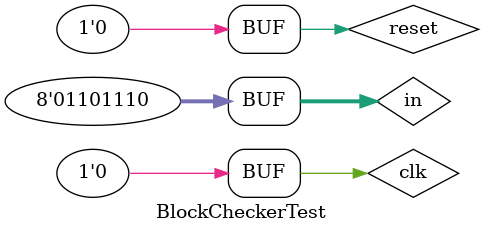
<source format=v>
`timescale 1ns / 1ps


module BlockCheckerTest;

	// Inputs
	reg clk;
	reg reset;
	reg [7:0] in;

	// Outputs
	wire result;

	// Instantiate the Unit Under Test (UUT)
	BlockChecker uut (
		.clk(clk), 
		.reset(reset), 
		.in(in), 
		.result(result)
	);

	initial begin
		// Initialize Inputs
		clk = 0;
		reset = 0;
		in = 0;

		// Wait 100 ns for global reset to finish
		#100;
        
		// Add stimulus here
in = "a";#5;clk = 1;#5;clk = 0;#5;
in = " ";#5;clk = 1;#5;clk = 0;#5;
in = "b";#5;clk = 1;#5;clk = 0;#5;
in = "e";#5;clk = 1;#5;clk = 0;#5;
in = "g";#5;clk = 1;#5;clk = 0;#5;
in = "i";#5;clk = 1;#5;clk = 0;#5;
in = "n";#5;clk = 1;#5;clk = 0;#5;
in = " ";#5;clk = 1;#5;clk = 0;#5;
in = "e";#5;clk = 1;#5;clk = 0;#5;
in = "n";#5;clk = 1;#5;clk = 0;#5;
in = "d";#5;clk = 1;#5;clk = 0;#5;
in = "c";#5;clk = 1;#5;clk = 0;#5;
in = " ";#5;clk = 1;#5;clk = 0;#5;
in = "e";#5;clk = 1;#5;clk = 0;#5;
in = "n";#5;clk = 1;#5;clk = 0;#5;
in = "d";#5;clk = 1;#5;clk = 0;#5;
in = " ";#5;clk = 1;#5;clk = 0;#5;
in = "e";#5;clk = 1;#5;clk = 0;#5;
in = "n";#5;clk = 1;#5;clk = 0;#5;
in = "d";#5;clk = 1;#5;clk = 0;#5;
in = " ";#5;clk = 1;#5;clk = 0;#5;
in = "b";#5;clk = 1;#5;clk = 0;#5;
in = "e";#5;clk = 1;#5;clk = 0;#5;
in = "g";#5;clk = 1;#5;clk = 0;#5;
in = "i";#5;clk = 1;#5;clk = 0;#5;
in = "n";#5;clk = 1;#5;clk = 0;#5;

	end
      
endmodule


</source>
